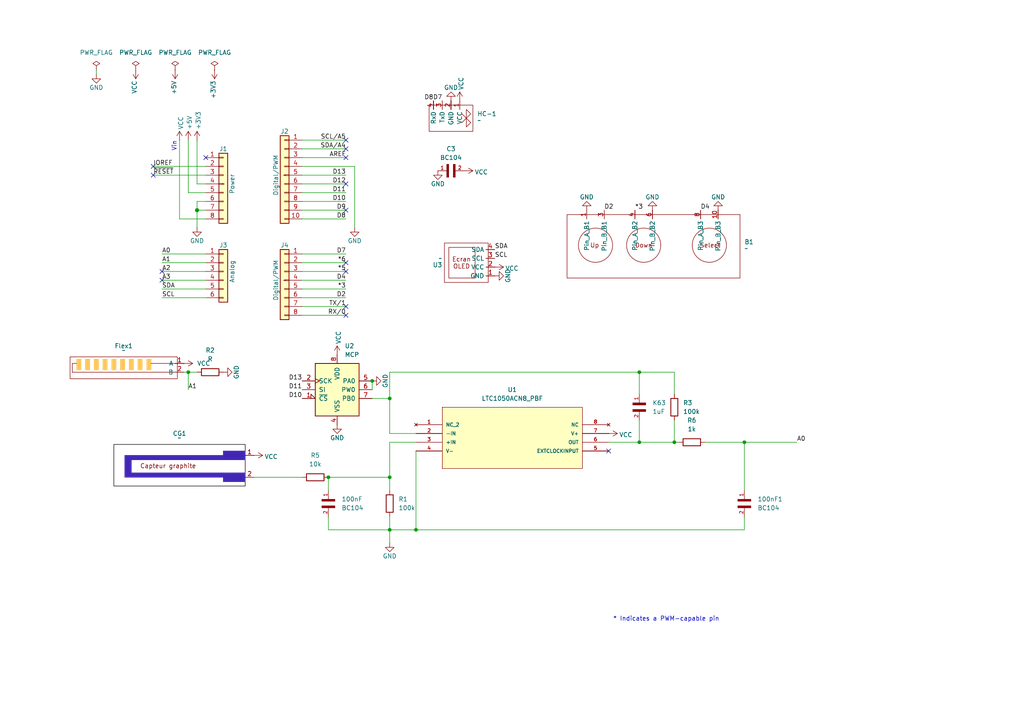
<source format=kicad_sch>
(kicad_sch (version 20231120) (generator "eeschema") (generator_version "8.0")
  (paper "A4")
  (title_block (title "Demo_board") (date "2024-02-28") (rev "1.0") (company "INSA") (comment 2 "Matthieu CHARNAY") (comment 3 "Alexis BRIENS") (comment 4 "Opérateurs CAO"))
  (lib_symbols
    (symbol "Connector_Generic:Conn_01x06" (pin_names (offset 1.016) hide)
      (property "Reference" "J" (at 0 7.62 0))
      (property "Value" "Conn_01x06" (at 0 -10.16 0))
      (symbol "Conn_01x06_1_1"
        (rectangle (start -1.27 -7.493) (end 0 -7.747) (stroke (width 0.1524)))
        (rectangle (start -1.27 -4.953) (end 0 -5.207) (stroke (width 0.1524)))
        (rectangle (start -1.27 -2.413) (end 0 -2.667) (stroke (width 0.1524)))
        (rectangle (start -1.27 0.127) (end 0 -0.127) (stroke (width 0.1524)))
        (rectangle (start -1.27 2.667) (end 0 2.413) (stroke (width 0.1524)))
        (rectangle (start -1.27 5.207) (end 0 4.953) (stroke (width 0.1524)))
        (rectangle (start -1.27 6.35) (end 1.27 -8.89) (stroke (width 0.254)) (fill (type background)))
        (pin passive line (at -5.08 5.08 0) (length 3.81) (name "Pin_1") (number "1"))
        (pin passive line (at -5.08 2.54 0) (length 3.81) (name "Pin_2") (number "2"))
        (pin passive line (at -5.08 0 0) (length 3.81) (name "Pin_3") (number "3"))
        (pin passive line (at -5.08 -2.54 0) (length 3.81) (name "Pin_4") (number "4"))
        (pin passive line (at -5.08 -5.08 0) (length 3.81) (name "Pin_5") (number "5"))
        (pin passive line (at -5.08 -7.62 0) (length 3.81) (name "Pin_6") (number "6"))
      )
    )
    (symbol "Connector_Generic:Conn_01x08" (pin_names (offset 1.016) hide)
      (property "Reference" "J" (at 0 10.16 0))
      (property "Value" "Conn_01x08" (at 0 -12.7 0))
      (symbol "Conn_01x08_1_1"
        (rectangle (start -1.27 -10.033) (end 0 -10.287) (stroke (width 0.1524)))
        (rectangle (start -1.27 -7.493) (end 0 -7.747) (stroke (width 0.1524)))
        (rectangle (start -1.27 -4.953) (end 0 -5.207) (stroke (width 0.1524)))
        (rectangle (start -1.27 -2.413) (end 0 -2.667) (stroke (width 0.1524)))
        (rectangle (start -1.27 0.127) (end 0 -0.127) (stroke (width 0.1524)))
        (rectangle (start -1.27 2.667) (end 0 2.413) (stroke (width 0.1524)))
        (rectangle (start -1.27 5.207) (end 0 4.953) (stroke (width 0.1524)))
        (rectangle (start -1.27 7.747) (end 0 7.493) (stroke (width 0.1524)))
        (rectangle (start -1.27 8.89) (end 1.27 -11.43) (stroke (width 0.254)) (fill (type background)))
        (pin passive line (at -5.08 7.62 0) (length 3.81) (name "Pin_1") (number "1"))
        (pin passive line (at -5.08 5.08 0) (length 3.81) (name "Pin_2") (number "2"))
        (pin passive line (at -5.08 2.54 0) (length 3.81) (name "Pin_3") (number "3"))
        (pin passive line (at -5.08 0 0) (length 3.81) (name "Pin_4") (number "4"))
        (pin passive line (at -5.08 -2.54 0) (length 3.81) (name "Pin_5") (number "5"))
        (pin passive line (at -5.08 -5.08 0) (length 3.81) (name "Pin_6") (number "6"))
        (pin passive line (at -5.08 -7.62 0) (length 3.81) (name "Pin_7") (number "7"))
        (pin passive line (at -5.08 -10.16 0) (length 3.81) (name "Pin_8") (number "8"))
      )
    )
    (symbol "Connector_Generic:Conn_01x10" (pin_names (offset 1.016) hide)
      (property "Reference" "J" (at 0 12.7 0))
      (property "Value" "Conn_01x10" (at 0 -15.24 0))
      (symbol "Conn_01x10_1_1"
        (rectangle (start -1.27 -12.573) (end 0 -12.827) (stroke (width 0.1524)))
        (rectangle (start -1.27 -10.033) (end 0 -10.287) (stroke (width 0.1524)))
        (rectangle (start -1.27 -7.493) (end 0 -7.747) (stroke (width 0.1524)))
        (rectangle (start -1.27 -4.953) (end 0 -5.207) (stroke (width 0.1524)))
        (rectangle (start -1.27 -2.413) (end 0 -2.667) (stroke (width 0.1524)))
        (rectangle (start -1.27 0.127) (end 0 -0.127) (stroke (width 0.1524)))
        (rectangle (start -1.27 2.667) (end 0 2.413) (stroke (width 0.1524)))
        (rectangle (start -1.27 5.207) (end 0 4.953) (stroke (width 0.1524)))
        (rectangle (start -1.27 7.747) (end 0 7.493) (stroke (width 0.1524)))
        (rectangle (start -1.27 10.287) (end 0 10.033) (stroke (width 0.1524)))
        (rectangle (start -1.27 11.43) (end 1.27 -13.97) (stroke (width 0.254)) (fill (type background)))
        (pin passive line (at -5.08 10.16 0) (length 3.81) (name "Pin_1") (number "1"))
        (pin passive line (at -5.08 -12.7 0) (length 3.81) (name "Pin_10") (number "10"))
        (pin passive line (at -5.08 7.62 0) (length 3.81) (name "Pin_2") (number "2"))
        (pin passive line (at -5.08 5.08 0) (length 3.81) (name "Pin_3") (number "3"))
        (pin passive line (at -5.08 2.54 0) (length 3.81) (name "Pin_4") (number "4"))
        (pin passive line (at -5.08 0 0) (length 3.81) (name "Pin_5") (number "5"))
        (pin passive line (at -5.08 -2.54 0) (length 3.81) (name "Pin_6") (number "6"))
        (pin passive line (at -5.08 -5.08 0) (length 3.81) (name "Pin_7") (number "7"))
        (pin passive line (at -5.08 -7.62 0) (length 3.81) (name "Pin_8") (number "8"))
        (pin passive line (at -5.08 -10.16 0) (length 3.81) (name "Pin_9") (number "9"))
      )
    )
    (symbol "Device:R" (pin_numbers hide) (pin_names (offset 0))
      (property "Reference" "R" (at 2.032 0 90))
      (property "Value" "R" (at 0 0 90))
      (symbol "R_0_1"
        (rectangle (start -1.016 -2.54) (end 1.016 2.54) (stroke (width 0.254)))
      )
      (symbol "R_1_1"
        (pin passive line (at 0 3.81 270) (length 1.27) (name "~") (number "1"))
        (pin passive line (at 0 -3.81 90) (length 1.27) (name "~") (number "2"))
      )
    )
    (symbol "GRM033B31A104KE84D:GRM033B31A104KE84D" (pin_names (offset 1.016))
      (property "Reference" "C" (at 0 3.8109 0))
      (property "Value" "GRM033B31A104KE84D" (at 0 -5.0885 0))
      (symbol "GRM033B31A104KE84D_0_0"
        (rectangle (start 0 -1.9069) (end 0.635 1.905) (stroke (width 0.1)) (fill (type outline)))
        (rectangle (start 1.9069 -1.9069) (end 2.54 1.905) (stroke (width 0.1)) (fill (type outline)))
        (pin passive line (at -2.54 0 0) (length 2.54) (name "~") (number "1"))
        (pin passive line (at 5.08 0 180) (length 2.54) (name "~") (number "2"))
      )
    )
    (symbol "LTC1050ACN8_PBF:LTC1050ACN8_PBF" (pin_names (offset 1.016))
      (property "Reference" "U" (at 23.2285 9.1237 0))
      (property "Value" "LTC1050ACN8_PBF" (at 22.6204 6.5902 0))
      (symbol "LTC1050ACN8_PBF_0_0"
        (rectangle (start 7.62 -12.7) (end 48.26 5.08) (stroke (width 0.1524)) (fill (type background)))
        (pin no_connect line (at 0 0 0) (length 7.62) (name "NC_2") (number "1"))
        (pin input line (at 0 -2.54 0) (length 7.62) (name "-IN") (number "2"))
        (pin input line (at 0 -5.08 0) (length 7.62) (name "+IN") (number "3"))
        (pin power_in line (at 0 -7.62 0) (length 7.62) (name "V-") (number "4"))
        (pin input line (at 55.88 -7.62 180) (length 7.62) (name "EXTCLOCKINPUT") (number "5"))
        (pin output line (at 55.88 -5.08 180) (length 7.62) (name "OUT") (number "6"))
        (pin power_in line (at 55.88 -2.54 180) (length 7.62) (name "V+") (number "7"))
        (pin no_connect line (at 55.88 0 180) (length 7.62) (name "NC") (number "8"))
      )
    )
    (symbol "New_Library_symbol_capteur:Boutons_x3"
      (property "Reference" "B1" (at 24.13 0.9526 0))
      (property "Value" "~" (at 24.13 -0.9525 0))
      (symbol "Boutons_x3_0_1"
        (rectangle (start -27.305 8.89) (end 22.86 -9.525))
        (circle (center -19.05 0) (radius 4.9595))
        (circle (center -5.08 0) (radius 4.9595))
        (circle (center 13.97 0) (radius 4.9595))
      )
      (symbol "Boutons_x3_1_1"
        (text "Down" (at -5.08 0 0) (effects (font (size 1.27 1.27))))
        (text "Select" (at 14.224 0 0) (effects (font (size 1.27 1.27))))
        (text "Up" (at -19.304 0 0) (effects (font (size 1.27 1.27))))
        (pin passive line (at -21.59 10.16 270) (length 2.54) (name "Pin_A_B1") (number "1"))
        (pin passive line (at 16.51 10.16 270) (length 2.54) (name "Pin_B_B3") (number "10"))
        (pin passive line (at -16.51 10.16 270) (length 2.54) (name "Pin_B_B1") (number "3"))
        (pin passive line (at -7.62 10.16 270) (length 2.54) (name "Pin_A_B2") (number "4"))
        (pin passive line (at -2.54 10.16 270) (length 2.54) (name "Pin_B_B2") (number "6"))
        (pin passive line (at 11.43 10.16 270) (length 2.54) (name "Pin_A_B3") (number "8"))
      )
    )
    (symbol "New_Library_symbol_capteur:Capteur_graphite"
      (property "Reference" "CG" (at 0 0 0))
      (symbol "Capteur_graphite_0_1"
        (rectangle (start -12.7 -2.54) (end -6.35 -5.08) (stroke (width 0) (color 65 38 181 1)) (fill (type color) (color 65 38 181 1)))
        (rectangle (start -12.7 3.81) (end -6.35 1.27) (stroke (width 0) (color 65 38 181 1)) (fill (type color) (color 65 38 181 1)))
        (rectangle (start -12.7 5.715) (end 25.4 -6.35) (stroke (width 0) (color 0 0 0 1)))
        (rectangle (start -6.35 -3.81) (end 20.32 -2.54) (stroke (width 0) (color 65 38 181 1)) (fill (type color) (color 65 38 181 1)))
        (rectangle (start -6.35 2.54) (end 20.32 1.27) (stroke (width 0) (color 65 38 181 1)) (fill (type color) (color 65 38 181 1)))
        (rectangle (start 20.32 2.54) (end 22.225 -3.81) (stroke (width 0) (color 65 38 181 1)) (fill (type color) (color 65 38 181 1)))
      )
      (symbol "Capteur_graphite_1_1"
        (text "Capteur graphite" (at 9.652 -0.508 0) (effects (font (size 1.27 1.27))))
        (pin passive line (at -15.24 2.54 0) (length 2.54) (name "") (number "1"))
        (pin passive line (at -15.24 -3.81 0) (length 2.54) (name "") (number "2"))
      )
    )
    (symbol "New_Library_symbol_capteur:Flex_sensor"
      (property "Reference" "R2" (at -8.89 6.35 0))
      (property "Value" "~" (at -8.89 5.08 0))
      (symbol "Flex_sensor_0_1"
        (rectangle (start -25.4 3.175) (end 5.715 -3.175))
        (rectangle (start -23.495 2.54) (end -22.225 -0.635) (stroke (width 0) (color 255 197 92 1)) (fill (type color) (color 255 197 92 1)))
        (rectangle (start -20.955 2.54) (end -19.685 -0.635) (stroke (width 0) (color 255 197 92 1)) (fill (type color) (color 255 197 92 1)))
        (rectangle (start -18.415 2.54) (end -17.145 -0.635) (stroke (width 0) (color 255 197 92 1)) (fill (type color) (color 255 197 92 1)))
        (rectangle (start -15.875 2.54) (end -14.605 -0.635) (stroke (width 0) (color 255 197 92 1)) (fill (type color) (color 255 197 92 1)))
        (rectangle (start -13.335 2.54) (end -12.065 -0.635) (stroke (width 0) (color 255 197 92 1)) (fill (type color) (color 255 197 92 1)))
        (rectangle (start -10.795 2.54) (end -9.525 -0.635) (stroke (width 0) (color 255 197 92 1)) (fill (type color) (color 255 197 92 1)))
        (rectangle (start -8.255 2.54) (end -6.985 -0.635) (stroke (width 0) (color 255 197 92 1)) (fill (type color) (color 255 197 92 1)))
        (rectangle (start -5.715 2.54) (end -4.445 -0.635) (stroke (width 0) (color 255 197 92 1)) (fill (type color) (color 255 197 92 1)))
        (rectangle (start -3.175 2.54) (end -1.905 -0.635) (stroke (width 0) (color 255 197 92 1)) (fill (type color) (color 255 197 92 1)))
        (polyline (pts (xy 5.08 1.27) (xy -1.905 1.27)))
        (polyline (pts (xy 5.08 -1.27) (xy -24.765 -1.27) (xy -24.765 1.27) (xy -23.495 1.27)))
      )
      (symbol "Flex_sensor_1_1"
        (pin passive line (at 7.62 1.27 180) (length 2.54) (name "A") (number "1"))
        (pin passive line (at 7.62 -1.27 180) (length 2.54) (name "B") (number "2"))
      )
    )
    (symbol "New_Library_symbol_capteur:HC-05"
      (property "Reference" "HC-1" (at 7.62 1.2701 0))
      (property "Value" "~" (at 7.62 -0.635 0))
      (symbol "HC-05_0_1"
        (rectangle (start -6.35 3.81) (end 6.35 -3.81))
        (polyline (pts (xy -5.08 2.54) (xy -5.08 5.08)))
        (polyline (pts (xy -2.54 2.54) (xy -2.54 5.08)))
        (polyline (pts (xy 0 2.54) (xy 0 5.08)))
        (polyline (pts (xy 4.445 -2.54) (xy 4.445 2.54) (xy 5.715 1.27) (xy 4.445 0) (xy 5.715 -1.27) (xy 4.445 -2.54) (xy 4.445 -2.54) (xy 4.445 0) (xy 3.175 1.27) (xy 4.445 0) (xy 3.175 -1.27)))
      )
      (symbol "HC-05_1_1"
        (polyline (pts (xy 2.54 2.54) (xy 2.54 5.08)))
        (pin passive line (at 2.54 5.08 270) (length 2.54) (name "VCC") (number "1"))
        (pin passive line (at 0 5.08 270) (length 2.54) (name "GND") (number "2"))
        (pin passive line (at -2.54 5.08 270) (length 2.54) (name "TxD") (number "3"))
        (pin passive line (at -5.08 5.08 270) (length 2.54) (name "RxD") (number "4"))
      )
    )
    (symbol "New_Library_symbol_capteur:OLED"
      (property "Reference" "U3" (at 7.62 -0.6349 0))
      (property "Value" "~" (at 7.62 -2.54 0))
      (symbol "OLED_0_1"
        (rectangle (start -5.715 4.445) (end 6.985 -6.985))
        (rectangle (start -1.905 3.175) (end 5.715 -5.715))
      )
      (symbol "OLED_1_1"
        (text "Ecran\nOLED" (at 2.032 -1.27 0) (effects (font (size 1.27 1.27))))
        (pin passive line (at -7.62 2.54 0) (length 2.54) (name "GND") (number "1"))
        (pin passive line (at -7.62 0 0) (length 2.54) (name "VCC") (number "2"))
        (pin input line (at -7.62 -2.54 0) (length 2.54) (name "SCL") (number "3"))
        (pin input line (at -7.62 -5.08 0) (length 2.54) (name "SDA") (number "4"))
      )
    )
    (symbol "Potentiometer_Digital:MCP41010" (pin_names (offset 1.016))
      (property "Reference" "U" (at -6.35 8.89 0))
      (property "Value" "MCP41010" (at 1.27 8.89 0))
      (symbol "MCP41010_0_1"
        (rectangle (start -6.35 7.62) (end 6.35 -7.62) (stroke (width 0.254)) (fill (type background)))
      )
      (symbol "MCP41010_1_1"
        (pin input input_low (at -10.16 -2.54 0) (length 3.81) (name "~{CS}") (number "1"))
        (pin passive clock (at -10.16 2.54 0) (length 3.81) (name "SCK") (number "2"))
        (pin input line (at -10.16 0 0) (length 3.81) (name "SI") (number "3"))
        (pin power_in line (at 0 -10.16 90) (length 2.54) (name "VSS") (number "4"))
        (pin passive line (at 10.16 2.54 180) (length 3.81) (name "PA0") (number "5"))
        (pin passive line (at 10.16 0 180) (length 3.81) (name "PW0") (number "6"))
        (pin passive line (at 10.16 -2.54 180) (length 3.81) (name "PB0") (number "7"))
        (pin power_in line (at 0 10.16 270) (length 2.54) (name "VDD") (number "8"))
      )
    )
    (symbol "power:+3V3" (power) (pin_numbers hide) (pin_names (offset 0) hide)
      (property "Value" "+3V3" (at 0 3.556 0))
      (symbol "+3V3_0_1"
        (polyline (pts (xy -0.762 1.27) (xy 0 2.54)))
        (polyline (pts (xy 0 0) (xy 0 2.54)))
        (polyline (pts (xy 0 2.54) (xy 0.762 1.27)))
      )
      (symbol "+3V3_1_1"
        (pin power_in line (at 0 0 90) (length 0) (name "~") (number "1"))
      )
    )
    (symbol "power:+5V" (power) (pin_numbers hide) (pin_names (offset 0) hide)
      (property "Value" "+5V" (at 0 3.556 0))
      (symbol "+5V_0_1"
        (polyline (pts (xy -0.762 1.27) (xy 0 2.54)))
        (polyline (pts (xy 0 0) (xy 0 2.54)))
        (polyline (pts (xy 0 2.54) (xy 0.762 1.27)))
      )
      (symbol "+5V_1_1"
        (pin power_in line (at 0 0 90) (length 0) (name "~") (number "1"))
      )
    )
    (symbol "power:GND" (power) (pin_numbers hide) (pin_names (offset 0) hide)
      (property "Value" "GND" (at 0 -3.81 0))
      (symbol "GND_0_1"
        (polyline (pts (xy 0 0) (xy 0 -1.27) (xy 1.27 -1.27) (xy 0 -2.54) (xy -1.27 -1.27) (xy 0 -1.27)))
      )
      (symbol "GND_1_1"
        (pin power_in line (at 0 0 270) (length 0) (name "~") (number "1"))
      )
    )
    (symbol "power:PWR_FLAG" (power) (pin_numbers hide) (pin_names (offset 0) hide)
      (property "Value" "PWR_FLAG" (at 0 3.81 0))
      (symbol "PWR_FLAG_0_0"
        (pin power_out line (at 0 0 90) (length 0) (name "~") (number "1"))
      )
      (symbol "PWR_FLAG_0_1"
        (polyline (pts (xy 0 0) (xy 0 1.27) (xy -1.016 1.905) (xy 0 2.54) (xy 1.016 1.905) (xy 0 1.27)))
      )
    )
    (symbol "power:VCC" (power) (pin_numbers hide) (pin_names (offset 0) hide)
      (property "Value" "VCC" (at 0 3.556 0))
      (symbol "VCC_0_1"
        (polyline (pts (xy -0.762 1.27) (xy 0 2.54)))
        (polyline (pts (xy 0 0) (xy 0 2.54)))
        (polyline (pts (xy 0 2.54) (xy 0.762 1.27)))
      )
      (symbol "VCC_1_1"
        (pin power_in line (at 0 0 90) (length 0) (name "~") (number "1"))
      )
    )
  )
  (junction (at 54.61 107.95))
  (junction (at 95.25 138.43))
  (junction (at 113.03 153.67))
  (junction (at 57.15 60.96) (diameter 1.016))
  (junction (at 107.95 110.49))
  (junction (at 215.9 128.27))
  (junction (at 113.03 138.43))
  (junction (at 120.65 153.67))
  (junction (at 113.03 115.57))
  (junction (at 185.42 128.27))
  (junction (at 185.42 107.95))
  (junction (at 195.58 128.27))
  (no_connect (at 46.99 78.74))
  (no_connect (at 100.33 53.34))
  (no_connect (at 176.53 130.81))
  (no_connect (at 100.33 43.18))
  (no_connect (at 100.33 60.96))
  (no_connect (at 44.45 50.8))
  (no_connect (at 100.33 88.9))
  (no_connect (at 44.45 48.26))
  (no_connect (at 100.33 78.74))
  (no_connect (at 100.33 76.2))
  (no_connect (at 100.33 91.44))
  (no_connect (at 59.69 45.72))
  (no_connect (at 46.99 81.28))
  (no_connect (at 100.33 45.72))
  (no_connect (at 100.33 40.64))
  (wire (pts (xy 87.63 91.44) (xy 100.33 91.44)))
  (wire (pts (xy 176.53 128.27) (xy 185.42 128.27)))
  (wire (pts (xy 87.63 40.64) (xy 100.33 40.64)))
  (wire (pts (xy 113.03 107.95) (xy 185.42 107.95)))
  (wire (pts (xy 57.15 58.42) (xy 57.15 60.96)))
  (wire (pts (xy 215.9 149.86) (xy 215.9 153.67)))
  (wire (pts (xy 113.03 115.57) (xy 113.03 125.73)))
  (wire (pts (xy 57.15 60.96) (xy 57.15 66.04)))
  (wire (pts (xy 95.25 138.43) (xy 113.03 138.43)))
  (wire (pts (xy 195.58 107.95) (xy 185.42 107.95)))
  (wire (pts (xy 113.03 149.86) (xy 113.03 153.67)))
  (wire (pts (xy 57.15 53.34) (xy 59.69 53.34)))
  (wire (pts (xy 54.61 55.88) (xy 59.69 55.88)))
  (wire (pts (xy 54.61 40.64) (xy 54.61 55.88)))
  (wire (pts (xy 54.61 107.95) (xy 53.34 107.95)))
  (wire (pts (xy 215.9 128.27) (xy 231.14 128.27)))
  (wire (pts (xy 185.42 128.27) (xy 195.58 128.27)))
  (wire (pts (xy 120.65 130.81) (xy 120.65 153.67)))
  (wire (pts (xy 87.63 50.8) (xy 100.33 50.8)))
  (wire (pts (xy 57.15 40.64) (xy 57.15 53.34)))
  (wire (pts (xy 87.63 73.66) (xy 100.33 73.66)))
  (wire (pts (xy 100.33 53.34) (xy 87.63 53.34)))
  (wire (pts (xy 59.69 73.66) (xy 46.99 73.66)))
  (wire (pts (xy 87.63 76.2) (xy 100.33 76.2)))
  (wire (pts (xy 46.99 83.82) (xy 59.69 83.82)))
  (wire (pts (xy 73.66 138.43) (xy 87.63 138.43)))
  (wire (pts (xy 113.03 128.27) (xy 113.03 138.43)))
  (wire (pts (xy 204.47 128.27) (xy 215.9 128.27)))
  (wire (pts (xy 87.63 81.28) (xy 100.33 81.28)))
  (wire (pts (xy 102.87 48.26) (xy 102.87 66.04)))
  (wire (pts (xy 27.94 21.59) (xy 27.94 20.32)))
  (wire (pts (xy 107.95 110.49) (xy 107.95 113.03)))
  (wire (pts (xy 215.9 128.27) (xy 215.9 142.24)))
  (wire (pts (xy 185.42 107.95) (xy 185.42 114.3)))
  (wire (pts (xy 44.45 48.26) (xy 59.69 48.26)))
  (wire (pts (xy 120.65 125.73) (xy 113.03 125.73)))
  (wire (pts (xy 113.03 153.67) (xy 120.65 153.67)))
  (wire (pts (xy 113.03 142.24) (xy 113.03 138.43)))
  (wire (pts (xy 195.58 128.27) (xy 196.85 128.27)))
  (wire (pts (xy 46.99 86.36) (xy 59.69 86.36)))
  (wire (pts (xy 87.63 45.72) (xy 100.33 45.72)))
  (wire (pts (xy 100.33 60.96) (xy 87.63 60.96)))
  (wire (pts (xy 54.61 107.95) (xy 54.61 113.03)))
  (wire (pts (xy 95.25 138.43) (xy 95.25 142.24)))
  (wire (pts (xy 113.03 107.95) (xy 113.03 115.57)))
  (wire (pts (xy 59.69 78.74) (xy 46.99 78.74)))
  (wire (pts (xy 44.45 50.8) (xy 59.69 50.8)))
  (wire (pts (xy 59.69 60.96) (xy 57.15 60.96)))
  (wire (pts (xy 100.33 58.42) (xy 87.63 58.42)))
  (wire (pts (xy 107.95 115.57) (xy 113.03 115.57)))
  (wire (pts (xy 59.69 63.5) (xy 52.07 63.5)))
  (wire (pts (xy 46.99 76.2) (xy 59.69 76.2)))
  (wire (pts (xy 95.25 153.67) (xy 95.25 149.86)))
  (wire (pts (xy 113.03 153.67) (xy 113.03 157.48)))
  (wire (pts (xy 54.61 107.95) (xy 57.15 107.95)))
  (wire (pts (xy 87.63 48.26) (xy 102.87 48.26)))
  (wire (pts (xy 100.33 55.88) (xy 87.63 55.88)))
  (wire (pts (xy 59.69 58.42) (xy 57.15 58.42)))
  (wire (pts (xy 87.63 78.74) (xy 100.33 78.74)))
  (wire (pts (xy 46.99 81.28) (xy 59.69 81.28)))
  (wire (pts (xy 185.42 121.92) (xy 185.42 128.27)))
  (wire (pts (xy 95.25 153.67) (xy 113.03 153.67)))
  (wire (pts (xy 120.65 128.27) (xy 113.03 128.27)))
  (wire (pts (xy 87.63 43.18) (xy 100.33 43.18)))
  (wire (pts (xy 87.63 86.36) (xy 100.33 86.36)))
  (wire (pts (xy 120.65 153.67) (xy 215.9 153.67)))
  (wire (pts (xy 87.63 83.82) (xy 100.33 83.82)))
  (wire (pts (xy 195.58 121.92) (xy 195.58 128.27)))
  (wire (pts (xy 87.63 88.9) (xy 100.33 88.9)))
  (wire (pts (xy 52.07 63.5) (xy 52.07 40.64)))
  (wire (pts (xy 195.58 114.3) (xy 195.58 107.95)))
  (wire (pts (xy 87.63 63.5) (xy 100.33 63.5)))
  (text "Vin" (at 51.308 40.894 90) (effects (font (size 1.27 1.27)) (justify right bottom)))
  (text "* Indicates a PWM-capable pin" (at 177.8 180.34 0) (effects (font (size 1.27 1.27)) (justify left bottom)))
  (label "RX{slash}0" (at 100.33 91.44 180))
  (label "D9" (at 100.33 60.96 180))
  (label "A2" (at 46.99 78.74 0))
  (label "D4" (at 100.33 81.28 180))
  (label "SDA" (at 143.51 72.39 0))
  (label "D11" (at 87.63 113.03 180))
  (label "D2" (at 100.33 86.36 180))
  (label "A3" (at 46.99 81.28 0))
  (label "D4" (at 203.2 60.96 0))
  (label "D10" (at 100.33 58.42 180))
  (label "D8" (at 125.73 29.21 180))
  (label "D13" (at 100.33 50.8 180))
  (label "A0" (at 231.14 128.27 0))
  (label "~{RESET}" (at 44.45 50.8 0))
  (label "*3" (at 184.15 60.96 0))
  (label "D13" (at 87.63 110.49 180))
  (label "SCL" (at 143.51 74.93 0))
  (label "D11" (at 100.33 55.88 180))
  (label "D7" (at 100.33 73.66 180))
  (label "SDA{slash}A4" (at 100.33 43.18 180))
  (label "A1" (at 54.61 113.03 0))
  (label "D12" (at 100.33 53.34 180))
  (label "*3" (at 100.33 83.82 180))
  (label "A1" (at 46.99 76.2 0))
  (label "TX{slash}1" (at 100.33 88.9 180))
  (label "A0" (at 46.99 73.66 0))
  (label "AREF" (at 100.33 45.72 180))
  (label "D2" (at 175.26 60.96 0))
  (label "*6" (at 100.33 76.2 180))
  (label "SCL{slash}A5" (at 100.33 40.64 180))
  (label "*5" (at 100.33 78.74 180))
  (label "D7" (at 128.27 29.21 180))
  (label "IOREF" (at 44.45 48.26 0))
  (label "SDA" (at 46.99 83.82 0))
  (label "SCL" (at 46.99 86.36 0))
  (label "D8" (at 100.33 63.5 180))
  (label "D10" (at 87.63 115.57 180))
  (symbol (lib_id "Connector_Generic:Conn_01x08") (at 64.77 53.34 0) (unit 1)
    (property "Reference" "J1" (at 64.77 43.18 0))
    (property "Value" "Power" (at 67.31 53.34 90))
    (property "Footprint" "Connector_PinSocket_2.54mm:PinSocket_1x08_P2.54mm_Vertical" (effects (hide yes)))
    (property "Datasheet" "~" (at 64.77 53.34 0))
    (property "Description" "Generic connector, single row, 01x08, script generated (kicad-library-utils/schlib/autogen/connector/)" (effects (hide yes)))
  )
  (symbol (lib_id "power:+3V3") (at 57.15 40.64 0) (unit 1)
    (property "Reference" "#PWR03" (effects (hide yes)))
    (property "Value" "+3V3" (at 57.531 37.592 90) (effects (justify left)))
    (property "Description" "Power symbol creates a global label with name \"+3V3\"" (effects (hide yes)))
  )
  (symbol (lib_id "power:+5V") (at 54.61 40.64 0) (unit 1)
    (property "Reference" "#PWR02" (effects (hide yes)))
    (property "Value" "+5V" (at 54.9656 37.592 90) (effects (justify left)))
    (property "Description" "Power symbol creates a global label with name \"+5V\"" (effects (hide yes)))
  )
  (symbol (lib_id "power:GND") (at 57.15 66.04 0) (unit 1)
    (property "Reference" "#PWR04" (effects (hide yes)))
    (property "Value" "GND" (at 57.15 69.85 0))
    (property "Description" "Power symbol creates a global label with name \"GND\" , ground" (effects (hide yes)))
  )
  (symbol (lib_id "Connector_Generic:Conn_01x10") (at 82.55 50.8 0) (mirror y) (unit 1)
    (property "Reference" "J2" (at 82.55 38.1 0))
    (property "Value" "Digital/PWM" (at 80.01 50.8 90))
    (property "Footprint" "Connector_PinSocket_2.54mm:PinSocket_1x10_P2.54mm_Vertical" (effects (hide yes)))
    (property "Datasheet" "~" (at 82.55 50.8 0))
    (property "Description" "Generic connector, single row, 01x10, script generated (kicad-library-utils/schlib/autogen/connector/)" (effects (hide yes)))
  )
  (symbol (lib_id "power:GND") (at 102.87 66.04 0) (unit 1)
    (property "Reference" "#PWR05" (effects (hide yes)))
    (property "Value" "GND" (at 102.87 69.85 0))
    (property "Description" "Power symbol creates a global label with name \"GND\" , ground" (effects (hide yes)))
  )
  (symbol (lib_id "Connector_Generic:Conn_01x06") (at 64.77 78.74 0) (unit 1)
    (property "Reference" "J3" (at 64.77 71.12 0))
    (property "Value" "Analog" (at 67.31 78.74 90))
    (property "Footprint" "Connector_PinSocket_2.54mm:PinSocket_1x06_P2.54mm_Vertical" (effects (hide yes)))
    (property "Description" "Generic connector, single row, 01x06, script generated (kicad-library-utils/schlib/autogen/connector/)" (effects (hide yes)))
  )
  (symbol (lib_id "Connector_Generic:Conn_01x08") (at 82.55 81.28 0) (mirror y) (unit 1)
    (property "Reference" "J4" (at 82.55 71.12 0))
    (property "Value" "Digital/PWM" (at 80.01 81.28 90))
    (property "Footprint" "Connector_PinSocket_2.54mm:PinSocket_1x08_P2.54mm_Vertical" (effects (hide yes)))
    (property "Datasheet" "~" (at 82.55 81.28 0))
    (property "Description" "Generic connector, single row, 01x08, script generated (kicad-library-utils/schlib/autogen/connector/)" (effects (hide yes)))
  )
  (symbol (lib_id "power:GND") (at 143.51 80.01 90) (unit 1)
    (property "Reference" "#PWR019" (effects (hide yes)))
    (property "Value" "GND" (at 147.32 80.01 0))
    (property "Description" "Power symbol creates a global label with name \"GND\" , ground" (effects (hide yes)))
  )
  (symbol (lib_id "GRM033B31A104KE84D:GRM033B31A104KE84D") (at 215.9 144.78 270) (unit 1)
    (property "Reference" "100nF1" (at 219.71 144.7799 90) (effects (justify left)))
    (property "Value" "BC104" (at 219.71 147.3199 90) (effects (justify left)))
    (property "Footprint" "Capacitor_THT:C_Disc_D5.0mm_W2.5mm_P5.00mm" (effects (hide yes)))
    (property "MF" "Murata" (effects (hide yes)))
    (property "Description_1" "\nSMD Capacitor B(JIS) with Capacitance: 0.10uF Tol. 10%. Rated Voltage: 10Vdc\n" (effects (hide yes)))
    (property "Package" "0603 Taiyo Yuden" (effects (hide yes)))
    (property "Price" "None" (effects (hide yes)))
    (property "SnapEDA_Link" "https://www.snapeda.com/parts/GRM033B31A104KE84D/Murata/view-part/?ref=snap" (effects (hide yes)))
    (property "MP" "GRM033B31A104KE84D" (effects (hide yes)))
    (property "Availability" "In Stock" (effects (hide yes)))
    (property "Check_prices" "https://www.snapeda.com/parts/GRM033B31A104KE84D/Murata/view-part/?ref=eda" (effects (hide yes)))
  )
  (symbol (lib_id "power:GND") (at 113.03 157.48 0) (unit 1)
    (property "Reference" "#PWR011" (effects (hide yes)))
    (property "Value" "GND" (at 113.03 161.29 0))
    (property "Description" "Power symbol creates a global label with name \"GND\" , ground" (effects (hide yes)))
  )
  (symbol (lib_id "power:GND") (at 170.18 60.96 180) (unit 1)
    (property "Reference" "#PWR022" (effects (hide yes)))
    (property "Value" "GND" (at 170.18 57.15 0))
    (property "Description" "Power symbol creates a global label with name \"GND\" , ground" (effects (hide yes)))
  )
  (symbol (lib_id "New_Library_symbol_capteur:OLED") (at 135.89 77.47 180) (unit 1)
    (property "Reference" "U3" (at 128.27 76.8351 0) (effects (justify left)))
    (property "Value" "~" (at 128.27 74.93 0) (effects (justify left)))
    (property "Footprint" "Connector_PinSocket_2.54mm:PinSocket_1x04_P2.54mm_Vertical" (effects (hide yes)))
  )
  (symbol (lib_id "power:PWR_FLAG") (at 62.23 20.32 0) (unit 1)
    (property "Reference" "#FLG03" (effects (hide yes)))
    (property "Value" "PWR_FLAG" (at 62.23 15.24 0))
    (property "Description" "Special symbol for telling ERC where power comes from" (effects (hide yes)))
  )
  (symbol (lib_id "GRM033B31A104KE84D:GRM033B31A104KE84D") (at 95.25 144.78 90) (mirror x) (unit 1)
    (property "Reference" "BC104" (at 99.06 147.3201 90) (effects (justify right)))
    (property "Value" "100nF" (at 99.06 144.7801 90) (effects (justify right)))
    (property "Footprint" "Capacitor_THT:C_Disc_D5.0mm_W2.5mm_P5.00mm" (effects (hide yes)))
    (property "MF" "Murata" (effects (hide yes)))
    (property "Description_1" "\nSMD Capacitor B(JIS) with Capacitance: 0.10uF Tol. 10%. Rated Voltage: 10Vdc\n" (effects (hide yes)))
    (property "Package" "0603 Taiyo Yuden" (effects (hide yes)))
    (property "Price" "None" (effects (hide yes)))
    (property "SnapEDA_Link" "https://www.snapeda.com/parts/GRM033B31A104KE84D/Murata/view-part/?ref=snap" (effects (hide yes)))
    (property "MP" "GRM033B31A104KE84D" (effects (hide yes)))
    (property "Availability" "In Stock" (effects (hide yes)))
    (property "Check_prices" "https://www.snapeda.com/parts/GRM033B31A104KE84D/Murata/view-part/?ref=eda" (effects (hide yes)))
  )
  (symbol (lib_id "power:+5V") (at 50.8 20.32 180) (unit 1)
    (property "Reference" "#PWR07" (effects (hide yes)))
    (property "Value" "+5V" (at 50.4444 23.368 90) (effects (justify left)))
    (property "Description" "Power symbol creates a global label with name \"+5V\"" (effects (hide yes)))
  )
  (symbol (lib_id "power:GND") (at 107.95 110.49 90) (unit 1)
    (property "Reference" "#PWR025" (effects (hide yes)))
    (property "Value" "GND" (at 111.76 110.49 0))
    (property "Description" "Power symbol creates a global label with name \"GND\" , ground" (effects (hide yes)))
  )
  (symbol (lib_id "New_Library_symbol_capteur:Flex_sensor") (at 45.72 106.68 0) (unit 1)
    (property "Reference" "Flex1" (at 35.8775 100.33 0))
    (property "Value" "~" (at 35.8775 101.6 0))
    (property "Footprint" "Connector_PinSocket_2.54mm:PinSocket_1x02_P2.54mm_Vertical" (effects (hide yes)))
  )
  (symbol (lib_id "power:GND") (at 97.79 123.19 0) (unit 1)
    (property "Reference" "#PWR016" (effects (hide yes)))
    (property "Value" "GND" (at 97.79 127 0))
    (property "Description" "Power symbol creates a global label with name \"GND\" , ground" (effects (hide yes)))
  )
  (symbol (lib_id "power:GND") (at 127 49.53 0) (unit 1)
    (property "Reference" "#PWR013" (effects (hide yes)))
    (property "Value" "GND" (at 127 53.34 0))
    (property "Description" "Power symbol creates a global label with name \"GND\" , ground" (effects (hide yes)))
  )
  (symbol (lib_id "power:VCC") (at 143.51 77.47 270) (unit 1)
    (property "Reference" "#PWR020" (effects (hide yes)))
    (property "Value" "VCC" (at 146.558 77.851 90) (effects (justify left)))
    (property "Description" "Power symbol creates a global label with name \"VCC\"" (effects (hide yes)))
  )
  (symbol (lib_id "Device:R") (at 200.66 128.27 270) (unit 1)
    (property "Reference" "R6" (at 200.66 121.92 90))
    (property "Value" "1k" (at 200.66 124.46 90))
    (property "Footprint" "Resistor_THT:R_Axial_DIN0207_L6.3mm_D2.5mm_P10.16mm_Horizontal" (effects (hide yes)))
    (property "Description" "Resistor" (effects (hide yes)))
  )
  (symbol (lib_id "New_Library_symbol_capteur:Boutons_x3") (at 191.77 71.12 0) (unit 1)
    (property "Reference" "B1" (at 215.9 70.1674 0) (effects (justify left)))
    (property "Value" "~" (at 215.9 72.0725 0) (effects (justify left)))
    (property "Footprint" "New_bouton:Boutons_x3" (effects (hide yes)))
  )
  (symbol (lib_id "power:GND") (at 27.94 21.59 0) (unit 1)
    (property "Reference" "#PWR09" (effects (hide yes)))
    (property "Value" "GND" (at 27.94 25.4 0))
    (property "Description" "Power symbol creates a global label with name \"GND\" , ground" (effects (hide yes)))
  )
  (symbol (lib_id "power:GND") (at 130.81 29.21 180) (unit 1)
    (property "Reference" "#PWR017" (effects (hide yes)))
    (property "Value" "GND" (at 130.81 25.4 0))
    (property "Description" "Power symbol creates a global label with name \"GND\" , ground" (effects (hide yes)))
  )
  (symbol (lib_id "power:VCC") (at 53.34 105.41 270) (unit 1)
    (property "Reference" "#PWR021" (effects (hide yes)))
    (property "Value" "VCC" (at 57.15 105.4099 90) (effects (justify left)))
    (property "Description" "Power symbol creates a global label with name \"VCC\"" (effects (hide yes)))
  )
  (symbol (lib_id "Device:R") (at 60.96 107.95 90) (unit 1)
    (property "Reference" "R2" (at 60.96 101.6 90))
    (property "Value" "R" (at 60.96 104.14 90))
    (property "Footprint" "Resistor_THT:R_Axial_DIN0207_L6.3mm_D2.5mm_P10.16mm_Horizontal" (effects (hide yes)))
    (property "Description" "Resistor" (effects (hide yes)))
  )
  (symbol (lib_id "power:+3V3") (at 62.23 20.32 180) (unit 1)
    (property "Reference" "#PWR08" (effects (hide yes)))
    (property "Value" "+3V3" (at 61.849 23.368 90) (effects (justify left)))
    (property "Description" "Power symbol creates a global label with name \"+3V3\"" (effects (hide yes)))
  )
  (symbol (lib_id "power:VCC") (at 52.07 40.64 0) (unit 1)
    (property "Reference" "#PWR01" (effects (hide yes)))
    (property "Value" "VCC" (at 52.451 37.592 90) (effects (justify left)))
    (property "Description" "Power symbol creates a global label with name \"VCC\"" (effects (hide yes)))
  )
  (symbol (lib_id "LTC1050ACN8_PBF:LTC1050ACN8_PBF") (at 120.65 123.19 0) (unit 1)
    (property "Reference" "U1" (at 148.59 113.03 0))
    (property "Value" "LTC1050ACN8_PBF" (at 148.59 115.57 0))
    (property "Footprint" "LTC1050ACN8_PBF:PDIP-8_N" (effects (hide yes)))
    (property "MF" "Analog Devices" (effects (hide yes)))
    (property "VENDOR" "Linear Technology" (effects (hide yes)))
    (property "Description_1" "\nLTC1050 - Precision Zero-Drift Operational Amplifier with Internal Capacitors\n" (effects (hide yes)))
    (property "COPYRIGHT" "Copyright C 2016 Accelerated Designs. All rights reserved" (effects (hide yes)))
    (property "Package" "PDIP-8 Linear Technology" (effects (hide yes)))
    (property "Price" "None" (effects (hide yes)))
    (property "Check_prices" "https://www.snapeda.com/parts/LTC1050ACN8%23PBF/Analog+Devices/view-part/?ref=eda" (effects (hide yes)))
    (property "SnapEDA_Link" "https://www.snapeda.com/parts/LTC1050ACN8%23PBF/Analog+Devices/view-part/?ref=snap" (effects (hide yes)))
    (property "MP" "LTC1050ACN8#PBF" (effects (hide yes)))
    (property "Purchase-URL" "https://www.snapeda.com/api/url_track_click_mouser/?unipart_id=855415&manufacturer=Analog Devices&part_name=LTC1050ACN8#PBF&search_term=None" (effects (hide yes)))
    (property "Availability" "In Stock" (effects (hide yes)))
    (property "MANUFACTURER_PART_NUMBER" "ltc1050acn8" (effects (hide yes)))
  )
  (symbol (lib_id "power:GND") (at 208.28 60.96 180) (unit 1)
    (property "Reference" "#PWR024" (effects (hide yes)))
    (property "Value" "GND" (at 208.28 57.15 0))
    (property "Description" "Power symbol creates a global label with name \"GND\" , ground" (effects (hide yes)))
  )
  (symbol (lib_id "New_Library_symbol_capteur:Capteur_graphite") (at 58.42 134.62 0) (mirror y) (unit 1)
    (property "Reference" "CG1" (at 52.07 125.73 0))
    (property "Value" "~" (at 52.07 127 0))
    (property "Footprint" "Connector_PinSocket_2.54mm:PinSocket_1x02_P2.54mm_Vertical" (effects (hide yes)))
  )
  (symbol (lib_id "Device:R") (at 113.03 146.05 0) (unit 1)
    (property "Reference" "R1" (at 115.57 144.7799 0) (effects (justify left)))
    (property "Value" "100k" (at 115.57 147.3199 0) (effects (justify left)))
    (property "Footprint" "Resistor_THT:R_Axial_DIN0207_L6.3mm_D2.5mm_P10.16mm_Horizontal" (effects (hide yes)))
    (property "Description" "Resistor" (effects (hide yes)))
  )
  (symbol (lib_id "power:VCC") (at 133.35 29.21 0) (unit 1)
    (property "Reference" "#PWR018" (effects (hide yes)))
    (property "Value" "VCC" (at 133.731 26.162 90) (effects (justify left)))
    (property "Description" "Power symbol creates a global label with name \"VCC\"" (effects (hide yes)))
  )
  (symbol (lib_id "GRM033B31A104KE84D:GRM033B31A104KE84D") (at 185.42 116.84 270) (unit 1)
    (property "Reference" "K63" (at 189.23 116.8399 90) (effects (justify left)))
    (property "Value" "1uF" (at 189.23 119.3799 90) (effects (justify left)))
    (property "Footprint" "Capacitor_THT:C_Rect_L7.0mm_W4.5mm_P5.00mm" (effects (hide yes)))
    (property "MF" "Murata" (effects (hide yes)))
    (property "Description_1" "\nSMD Capacitor B(JIS) with Capacitance: 0.10uF Tol. 10%. Rated Voltage: 10Vdc\n" (effects (hide yes)))
    (property "Package" "0603 Taiyo Yuden" (effects (hide yes)))
    (property "Price" "None" (effects (hide yes)))
    (property "SnapEDA_Link" "https://www.snapeda.com/parts/GRM033B31A104KE84D/Murata/view-part/?ref=snap" (effects (hide yes)))
    (property "MP" "GRM033B31A104KE84D" (effects (hide yes)))
    (property "Availability" "In Stock" (effects (hide yes)))
    (property "Check_prices" "https://www.snapeda.com/parts/GRM033B31A104KE84D/Murata/view-part/?ref=eda" (effects (hide yes)))
  )
  (symbol (lib_id "Potentiometer_Digital:MCP41010") (at 97.79 113.03 0) (unit 1)
    (property "Reference" "U2" (at 99.9841 100.33 0) (effects (justify left)))
    (property "Value" "MCP" (at 99.9841 102.87 0) (effects (justify left)))
    (property "Footprint" "LTC1050ACN8_PBF:PDIP-8_N" (effects (hide yes)))
    (property "Datasheet" "http://ww1.microchip.com/downloads/en/DeviceDoc/11195c.pdf" (effects (hide yes)))
    (property "Description" "Single Digital Potentiometer, SPI interface, 256 taps, 10 kohm" (effects (hide yes)))
  )
  (symbol (lib_id "power:PWR_FLAG") (at 50.8 20.32 0) (unit 1)
    (property "Reference" "#FLG02" (effects (hide yes)))
    (property "Value" "PWR_FLAG" (at 50.8 15.24 0))
    (property "Description" "Special symbol for telling ERC where power comes from" (effects (hide yes)))
  )
  (symbol (lib_id "Device:R") (at 91.44 138.43 90) (unit 1)
    (property "Reference" "R5" (at 91.44 132.08 90))
    (property "Value" "10k" (at 91.44 134.62 90))
    (property "Footprint" "Resistor_THT:R_Axial_DIN0207_L6.3mm_D2.5mm_P10.16mm_Horizontal" (effects (hide yes)))
    (property "Description" "Resistor" (effects (hide yes)))
  )
  (symbol (lib_id "GRM033B31A104KE84D:GRM033B31A104KE84D") (at 129.54 49.53 0) (unit 1)
    (property "Reference" "C3" (at 130.81 43.18 0))
    (property "Value" "BC104" (at 130.81 45.72 0))
    (property "Footprint" "Capacitor_THT:C_Disc_D5.0mm_W2.5mm_P5.00mm" (effects (hide yes)))
    (property "MF" "Murata" (effects (hide yes)))
    (property "Description_1" "\nSMD Capacitor B(JIS) with Capacitance: 0.10uF Tol. 10%. Rated Voltage: 10Vdc\n" (effects (hide yes)))
    (property "Package" "0603 Taiyo Yuden" (effects (hide yes)))
    (property "Price" "None" (effects (hide yes)))
    (property "SnapEDA_Link" "https://www.snapeda.com/parts/GRM033B31A104KE84D/Murata/view-part/?ref=snap" (effects (hide yes)))
    (property "MP" "GRM033B31A104KE84D" (effects (hide yes)))
    (property "Availability" "In Stock" (effects (hide yes)))
    (property "Check_prices" "https://www.snapeda.com/parts/GRM033B31A104KE84D/Murata/view-part/?ref=eda" (effects (hide yes)))
  )
  (symbol (lib_id "power:VCC") (at 134.62 49.53 270) (unit 1)
    (property "Reference" "#PWR012" (effects (hide yes)))
    (property "Value" "VCC" (at 137.668 49.911 90) (effects (justify left)))
    (property "Description" "Power symbol creates a global label with name \"VCC\"" (effects (hide yes)))
  )
  (symbol (lib_id "power:VCC") (at 39.37 20.32 180) (unit 1)
    (property "Reference" "#PWR06" (effects (hide yes)))
    (property "Value" "VCC" (at 38.989 23.368 90) (effects (justify left)))
    (property "Description" "Power symbol creates a global label with name \"VCC\"" (effects (hide yes)))
  )
  (symbol (lib_id "power:GND") (at 189.23 60.96 180) (unit 1)
    (property "Reference" "#PWR023" (effects (hide yes)))
    (property "Value" "GND" (at 189.23 57.15 0))
    (property "Description" "Power symbol creates a global label with name \"GND\" , ground" (effects (hide yes)))
  )
  (symbol (lib_id "power:GND") (at 64.77 107.95 90) (unit 1)
    (property "Reference" "#PWR026" (effects (hide yes)))
    (property "Value" "GND" (at 68.58 107.95 0))
    (property "Description" "Power symbol creates a global label with name \"GND\" , ground" (effects (hide yes)))
  )
  (symbol (lib_id "New_Library_symbol_capteur:HC-05") (at 130.81 34.29 0) (unit 1)
    (property "Reference" "HC-1" (at 138.43 33.0199 0) (effects (justify left)))
    (property "Value" "~" (at 138.43 34.925 0) (effects (justify left)))
    (property "Footprint" "Connector_PinSocket_2.54mm:PinSocket_1x04_P2.54mm_Vertical" (effects (hide yes)))
  )
  (symbol (lib_id "power:PWR_FLAG") (at 39.37 20.32 0) (unit 1)
    (property "Reference" "#FLG01" (effects (hide yes)))
    (property "Value" "PWR_FLAG" (at 39.37 15.24 0))
    (property "Description" "Special symbol for telling ERC where power comes from" (effects (hide yes)))
  )
  (symbol (lib_id "power:VCC") (at 73.66 132.08 270) (unit 1)
    (property "Reference" "#PWR014" (effects (hide yes)))
    (property "Value" "VCC" (at 76.708 132.461 90) (effects (justify left)))
    (property "Description" "Power symbol creates a global label with name \"VCC\"" (effects (hide yes)))
  )
  (symbol (lib_id "power:VCC") (at 97.79 102.87 0) (unit 1)
    (property "Reference" "#PWR015" (effects (hide yes)))
    (property "Value" "VCC" (at 98.171 99.822 90) (effects (justify left)))
    (property "Description" "Power symbol creates a global label with name \"VCC\"" (effects (hide yes)))
  )
  (symbol (lib_id "Device:R") (at 195.58 118.11 0) (unit 1)
    (property "Reference" "R3" (at 198.12 116.8399 0) (effects (justify left)))
    (property "Value" "100k" (at 198.12 119.3799 0) (effects (justify left)))
    (property "Footprint" "Resistor_THT:R_Axial_DIN0207_L6.3mm_D2.5mm_P10.16mm_Horizontal" (effects (hide yes)))
    (property "Description" "Resistor" (effects (hide yes)))
  )
  (symbol (lib_id "power:PWR_FLAG") (at 27.94 20.32 0) (unit 1)
    (property "Reference" "#FLG04" (effects (hide yes)))
    (property "Value" "PWR_FLAG" (at 27.94 15.24 0))
    (property "Description" "Special symbol for telling ERC where power comes from" (effects (hide yes)))
  )
  (symbol (lib_id "power:VCC") (at 176.53 125.73 270) (unit 1)
    (property "Reference" "#PWR010" (effects (hide yes)))
    (property "Value" "VCC" (at 179.578 126.111 90) (effects (justify left)))
    (property "Description" "Power symbol creates a global label with name \"VCC\"" (effects (hide yes)))
  )
)
</source>
